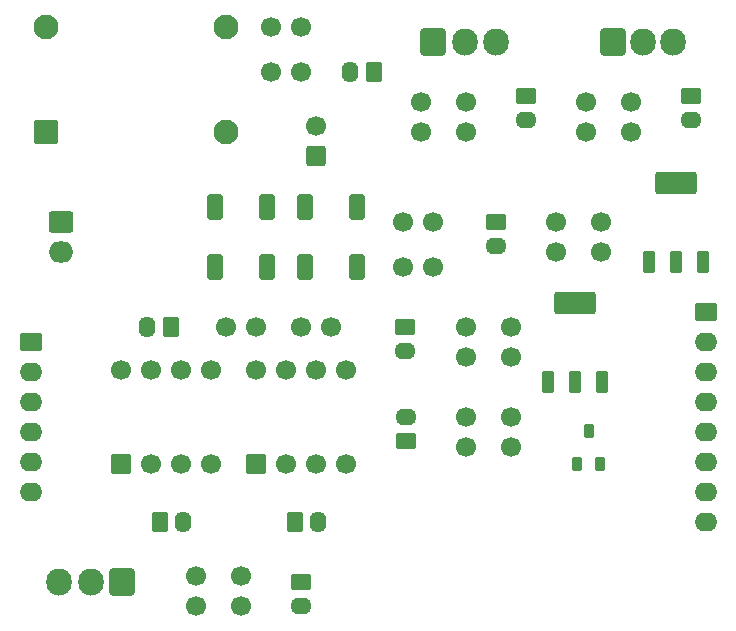
<source format=gts>
G04*
G04 #@! TF.GenerationSoftware,Altium Limited,Altium Designer,19.0.15 (446)*
G04*
G04 Layer_Color=8388736*
%FSLAX25Y25*%
%MOIN*%
G70*
G01*
G75*
G04:AMPARAMS|DCode=20|XSize=137.8mil|YSize=74.8mil|CornerRadius=9.06mil|HoleSize=0mil|Usage=FLASHONLY|Rotation=180.000|XOffset=0mil|YOffset=0mil|HoleType=Round|Shape=RoundedRectangle|*
%AMROUNDEDRECTD20*
21,1,0.13780,0.05669,0,0,180.0*
21,1,0.11969,0.07480,0,0,180.0*
1,1,0.01811,-0.05984,0.02835*
1,1,0.01811,0.05984,0.02835*
1,1,0.01811,0.05984,-0.02835*
1,1,0.01811,-0.05984,-0.02835*
%
%ADD20ROUNDEDRECTD20*%
G04:AMPARAMS|DCode=21|XSize=74.8mil|YSize=43.31mil|CornerRadius=5.91mil|HoleSize=0mil|Usage=FLASHONLY|Rotation=90.000|XOffset=0mil|YOffset=0mil|HoleType=Round|Shape=RoundedRectangle|*
%AMROUNDEDRECTD21*
21,1,0.07480,0.03150,0,0,90.0*
21,1,0.06299,0.04331,0,0,90.0*
1,1,0.01181,0.01575,0.03150*
1,1,0.01181,0.01575,-0.03150*
1,1,0.01181,-0.01575,-0.03150*
1,1,0.01181,-0.01575,0.03150*
%
%ADD21ROUNDEDRECTD21*%
G04:AMPARAMS|DCode=22|XSize=47.24mil|YSize=31.5mil|CornerRadius=4.72mil|HoleSize=0mil|Usage=FLASHONLY|Rotation=90.000|XOffset=0mil|YOffset=0mil|HoleType=Round|Shape=RoundedRectangle|*
%AMROUNDEDRECTD22*
21,1,0.04724,0.02205,0,0,90.0*
21,1,0.03780,0.03150,0,0,90.0*
1,1,0.00945,0.01102,0.01890*
1,1,0.00945,0.01102,-0.01890*
1,1,0.00945,-0.01102,-0.01890*
1,1,0.00945,-0.01102,0.01890*
%
%ADD22ROUNDEDRECTD22*%
G04:AMPARAMS|DCode=23|XSize=86.61mil|YSize=51.18mil|CornerRadius=6.69mil|HoleSize=0mil|Usage=FLASHONLY|Rotation=270.000|XOffset=0mil|YOffset=0mil|HoleType=Round|Shape=RoundedRectangle|*
%AMROUNDEDRECTD23*
21,1,0.08661,0.03780,0,0,270.0*
21,1,0.07323,0.05118,0,0,270.0*
1,1,0.01339,-0.01890,-0.03661*
1,1,0.01339,-0.01890,0.03661*
1,1,0.01339,0.01890,0.03661*
1,1,0.01339,0.01890,-0.03661*
%
%ADD23ROUNDEDRECTD23*%
G04:AMPARAMS|DCode=24|XSize=62.99mil|YSize=74.8mil|CornerRadius=9.35mil|HoleSize=0mil|Usage=FLASHONLY|Rotation=270.000|XOffset=0mil|YOffset=0mil|HoleType=Round|Shape=RoundedRectangle|*
%AMROUNDEDRECTD24*
21,1,0.06299,0.05610,0,0,270.0*
21,1,0.04429,0.07480,0,0,270.0*
1,1,0.01870,-0.02805,-0.02215*
1,1,0.01870,-0.02805,0.02215*
1,1,0.01870,0.02805,0.02215*
1,1,0.01870,0.02805,-0.02215*
%
%ADD24ROUNDEDRECTD24*%
%ADD25O,0.07480X0.06299*%
%ADD26O,0.07087X0.05512*%
G04:AMPARAMS|DCode=27|XSize=55.12mil|YSize=66.93mil|CornerRadius=8.37mil|HoleSize=0mil|Usage=FLASHONLY|Rotation=90.000|XOffset=0mil|YOffset=0mil|HoleType=Round|Shape=RoundedRectangle|*
%AMROUNDEDRECTD27*
21,1,0.05512,0.05020,0,0,90.0*
21,1,0.03839,0.06693,0,0,90.0*
1,1,0.01673,0.02510,0.01919*
1,1,0.01673,0.02510,-0.01919*
1,1,0.01673,-0.02510,-0.01919*
1,1,0.01673,-0.02510,0.01919*
%
%ADD27ROUNDEDRECTD27*%
%ADD28C,0.06693*%
%ADD29O,0.08465X0.09055*%
G04:AMPARAMS|DCode=30|XSize=84.65mil|YSize=90.55mil|CornerRadius=10.04mil|HoleSize=0mil|Usage=FLASHONLY|Rotation=0.000|XOffset=0mil|YOffset=0mil|HoleType=Round|Shape=RoundedRectangle|*
%AMROUNDEDRECTD30*
21,1,0.08465,0.07047,0,0,0.0*
21,1,0.06457,0.09055,0,0,0.0*
1,1,0.02008,0.03228,-0.03524*
1,1,0.02008,-0.03228,-0.03524*
1,1,0.02008,-0.03228,0.03524*
1,1,0.02008,0.03228,0.03524*
%
%ADD30ROUNDEDRECTD30*%
%ADD31O,0.05512X0.07087*%
G04:AMPARAMS|DCode=32|XSize=55.12mil|YSize=66.93mil|CornerRadius=8.37mil|HoleSize=0mil|Usage=FLASHONLY|Rotation=180.000|XOffset=0mil|YOffset=0mil|HoleType=Round|Shape=RoundedRectangle|*
%AMROUNDEDRECTD32*
21,1,0.05512,0.05020,0,0,180.0*
21,1,0.03839,0.06693,0,0,180.0*
1,1,0.01673,-0.01919,0.02510*
1,1,0.01673,0.01919,0.02510*
1,1,0.01673,0.01919,-0.02510*
1,1,0.01673,-0.01919,-0.02510*
%
%ADD32ROUNDEDRECTD32*%
G04:AMPARAMS|DCode=33|XSize=66.93mil|YSize=66.93mil|CornerRadius=8.27mil|HoleSize=0mil|Usage=FLASHONLY|Rotation=90.000|XOffset=0mil|YOffset=0mil|HoleType=Round|Shape=RoundedRectangle|*
%AMROUNDEDRECTD33*
21,1,0.06693,0.05039,0,0,90.0*
21,1,0.05039,0.06693,0,0,90.0*
1,1,0.01654,0.02520,0.02520*
1,1,0.01654,0.02520,-0.02520*
1,1,0.01654,-0.02520,-0.02520*
1,1,0.01654,-0.02520,0.02520*
%
%ADD33ROUNDEDRECTD33*%
G04:AMPARAMS|DCode=34|XSize=66.93mil|YSize=66.93mil|CornerRadius=9.84mil|HoleSize=0mil|Usage=FLASHONLY|Rotation=270.000|XOffset=0mil|YOffset=0mil|HoleType=Round|Shape=RoundedRectangle|*
%AMROUNDEDRECTD34*
21,1,0.06693,0.04724,0,0,270.0*
21,1,0.04724,0.06693,0,0,270.0*
1,1,0.01968,-0.02362,-0.02362*
1,1,0.01968,-0.02362,0.02362*
1,1,0.01968,0.02362,0.02362*
1,1,0.01968,0.02362,-0.02362*
%
%ADD34ROUNDEDRECTD34*%
%ADD35C,0.08268*%
G04:AMPARAMS|DCode=36|XSize=82.68mil|YSize=82.68mil|CornerRadius=11.81mil|HoleSize=0mil|Usage=FLASHONLY|Rotation=90.000|XOffset=0mil|YOffset=0mil|HoleType=Round|Shape=RoundedRectangle|*
%AMROUNDEDRECTD36*
21,1,0.08268,0.05906,0,0,90.0*
21,1,0.05906,0.08268,0,0,90.0*
1,1,0.02362,0.02953,0.02953*
1,1,0.02362,0.02953,-0.02953*
1,1,0.02362,-0.02953,-0.02953*
1,1,0.02362,-0.02953,0.02953*
%
%ADD36ROUNDEDRECTD36*%
%ADD37O,0.08268X0.07087*%
G04:AMPARAMS|DCode=38|XSize=70.87mil|YSize=82.68mil|CornerRadius=10.34mil|HoleSize=0mil|Usage=FLASHONLY|Rotation=270.000|XOffset=0mil|YOffset=0mil|HoleType=Round|Shape=RoundedRectangle|*
%AMROUNDEDRECTD38*
21,1,0.07087,0.06201,0,0,270.0*
21,1,0.05020,0.08268,0,0,270.0*
1,1,0.02067,-0.03100,-0.02510*
1,1,0.02067,-0.03100,0.02510*
1,1,0.02067,0.03100,0.02510*
1,1,0.02067,0.03100,-0.02510*
%
%ADD38ROUNDEDRECTD38*%
D20*
X225079Y148189D02*
D03*
X191516Y108189D02*
D03*
D21*
X234095Y121811D02*
D03*
X225079D02*
D03*
X216063D02*
D03*
X200531Y81811D02*
D03*
X191516D02*
D03*
X182500D02*
D03*
D22*
X195984Y65512D02*
D03*
X199724Y54488D02*
D03*
X192244D02*
D03*
D23*
X71339Y140000D02*
D03*
X88661D02*
D03*
X101478D02*
D03*
X118801D02*
D03*
X101339Y120000D02*
D03*
X118661D02*
D03*
X71339D02*
D03*
X88661D02*
D03*
D24*
X235000Y105000D02*
D03*
X10000Y95000D02*
D03*
D25*
X235000D02*
D03*
Y85000D02*
D03*
Y75000D02*
D03*
Y65000D02*
D03*
Y55000D02*
D03*
Y45000D02*
D03*
Y35000D02*
D03*
X10000Y85000D02*
D03*
Y75000D02*
D03*
Y65000D02*
D03*
Y55000D02*
D03*
Y45000D02*
D03*
D26*
X230276Y169094D02*
D03*
X175276D02*
D03*
X100140Y7126D02*
D03*
X135000Y70000D02*
D03*
X134936Y92126D02*
D03*
X165000Y127205D02*
D03*
D27*
X230276Y176969D02*
D03*
X175276D02*
D03*
X100140Y15000D02*
D03*
X135000Y62126D02*
D03*
X134936Y100000D02*
D03*
X165000Y135079D02*
D03*
D28*
X210276Y165000D02*
D03*
Y175000D02*
D03*
X195276Y165000D02*
D03*
Y175000D02*
D03*
X155276Y165000D02*
D03*
Y175000D02*
D03*
X140276Y165000D02*
D03*
Y175000D02*
D03*
X144095Y135000D02*
D03*
X134095D02*
D03*
X144095Y120000D02*
D03*
X134095D02*
D03*
X169979Y60000D02*
D03*
Y70000D02*
D03*
X155000Y60000D02*
D03*
Y70000D02*
D03*
X170000Y90000D02*
D03*
Y100000D02*
D03*
X155000Y90000D02*
D03*
Y100000D02*
D03*
X80000Y17126D02*
D03*
Y7126D02*
D03*
X65000Y17126D02*
D03*
Y7126D02*
D03*
X85000Y85630D02*
D03*
X95000D02*
D03*
X105000D02*
D03*
X115000D02*
D03*
Y54370D02*
D03*
X105000D02*
D03*
X95000D02*
D03*
X40000Y85630D02*
D03*
X50000D02*
D03*
X60000D02*
D03*
X70000D02*
D03*
Y54370D02*
D03*
X60000D02*
D03*
X50000D02*
D03*
X75000Y100000D02*
D03*
X85000D02*
D03*
X105000Y167061D02*
D03*
X90000Y185000D02*
D03*
X100000D02*
D03*
X90000Y200000D02*
D03*
X100000D02*
D03*
X110140Y100000D02*
D03*
X100140D02*
D03*
X200079Y135000D02*
D03*
Y125000D02*
D03*
X185079Y135000D02*
D03*
Y125000D02*
D03*
D29*
X224291Y195000D02*
D03*
X214252D02*
D03*
X165276D02*
D03*
X154646D02*
D03*
X19370Y15000D02*
D03*
X30000D02*
D03*
D30*
X204213Y195000D02*
D03*
X144016D02*
D03*
X40630Y15000D02*
D03*
D31*
X105906Y35000D02*
D03*
X60906D02*
D03*
X48814Y100000D02*
D03*
X116457Y185000D02*
D03*
D32*
X98031Y35000D02*
D03*
X53031D02*
D03*
X56688Y100000D02*
D03*
X124331Y185000D02*
D03*
D33*
X85000Y54370D02*
D03*
X40000D02*
D03*
D34*
X105000Y157061D02*
D03*
D35*
X75000Y200000D02*
D03*
X15000D02*
D03*
X75000Y165000D02*
D03*
D36*
X15000D02*
D03*
D37*
X20000Y125079D02*
D03*
D38*
Y135079D02*
D03*
M02*

</source>
